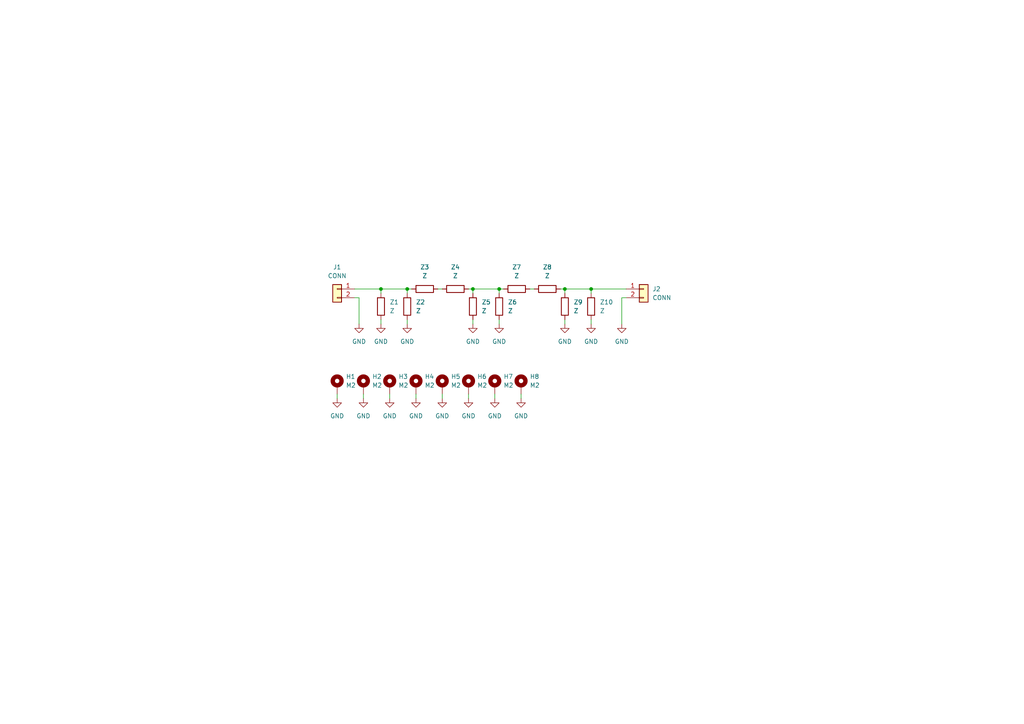
<source format=kicad_sch>
(kicad_sch (version 20211123) (generator eeschema)
  (paper "A4")
  (title_block (title "006 Filter") (date "2022-01-28") (rev "1") (company "Halidelabs") (comment 1 "contact@halidelabs.eu"))
  (lib_symbols
    (symbol "Connector_Generic:Conn_01x02" (pin_names (offset 1.016) hide)
      (property "Reference" "J" (at 0 2.54 0))
      (property "Value" "Conn_01x02" (at 0 -5.08 0))
      (symbol "Conn_01x02_1_1"
        (rectangle (start -1.27 -2.413) (end 0 -2.667) (stroke (width 0.1524)))
        (rectangle (start -1.27 0.127) (end 0 -0.127) (stroke (width 0.1524)))
        (rectangle (start -1.27 1.27) (end 1.27 -3.81) (stroke (width 0.254)) (fill (type background)))
        (pin passive line (at -5.08 0 0) (length 3.81) (name "Pin_1") (number "1"))
        (pin passive line (at -5.08 -2.54 0) (length 3.81) (name "Pin_2") (number "2"))
      )
    )
    (symbol "Device:R" (pin_numbers hide) (pin_names (offset 0))
      (property "Reference" "R" (at 2.032 0 90))
      (property "Value" "R" (at 0 0 90))
      (symbol "R_0_1"
        (rectangle (start -1.016 -2.54) (end 1.016 2.54) (stroke (width 0.254)))
      )
      (symbol "R_1_1"
        (pin passive line (at 0 3.81 270) (length 1.27) (name "~") (number "1"))
        (pin passive line (at 0 -3.81 90) (length 1.27) (name "~") (number "2"))
      )
    )
    (symbol "Mechanical:MountingHole_Pad" (pin_numbers hide) (pin_names (offset 1.016) hide)
      (property "Reference" "H" (at 0 6.35 0))
      (property "Value" "MountingHole_Pad" (at 0 4.445 0))
      (symbol "MountingHole_Pad_0_1"
        (circle (center 0 1.27) (radius 1.27) (stroke (width 1.27)))
      )
      (symbol "MountingHole_Pad_1_1"
        (pin input line (at 0 -2.54 90) (length 2.54) (name "1") (number "1"))
      )
    )
    (symbol "power:GND" (power) (pin_names (offset 0))
      (property "Value" "GND" (at 0 -3.81 0))
      (symbol "GND_0_1"
        (polyline (pts (xy 0 0) (xy 0 -1.27) (xy 1.27 -1.27) (xy 0 -2.54) (xy -1.27 -1.27) (xy 0 -1.27)))
      )
      (symbol "GND_1_1"
        (pin power_in line (at 0 0 270) (length 0) hide (name "GND") (number "1"))
      )
    )
  )
  (junction (at 137.16 83.82))
  (junction (at 118.11 83.82))
  (junction (at 163.83 83.82))
  (junction (at 110.49 83.82))
  (junction (at 144.78 83.82))
  (junction (at 171.45 83.82))
  (wire (pts (xy 171.45 92.71) (xy 171.45 93.98)))
  (wire (pts (xy 171.45 83.82) (xy 171.45 85.09)))
  (wire (pts (xy 135.89 114.3) (xy 135.89 115.57)))
  (wire (pts (xy 137.16 92.71) (xy 137.16 93.98)))
  (wire (pts (xy 105.41 114.3) (xy 105.41 115.57)))
  (wire (pts (xy 180.34 86.36) (xy 181.61 86.36)))
  (wire (pts (xy 162.56 83.82) (xy 163.83 83.82)))
  (wire (pts (xy 118.11 92.71) (xy 118.11 93.98)))
  (wire (pts (xy 137.16 83.82) (xy 137.16 85.09)))
  (wire (pts (xy 153.67 83.82) (xy 154.94 83.82)))
  (wire (pts (xy 144.78 83.82) (xy 146.05 83.82)))
  (wire (pts (xy 144.78 92.71) (xy 144.78 93.98)))
  (wire (pts (xy 113.03 114.3) (xy 113.03 115.57)))
  (wire (pts (xy 143.51 114.3) (xy 143.51 115.57)))
  (wire (pts (xy 144.78 83.82) (xy 144.78 85.09)))
  (wire (pts (xy 128.27 114.3) (xy 128.27 115.57)))
  (wire (pts (xy 120.65 114.3) (xy 120.65 115.57)))
  (wire (pts (xy 163.83 92.71) (xy 163.83 93.98)))
  (wire (pts (xy 104.14 86.36) (xy 104.14 93.98)))
  (wire (pts (xy 110.49 83.82) (xy 110.49 85.09)))
  (wire (pts (xy 135.89 83.82) (xy 137.16 83.82)))
  (wire (pts (xy 151.13 114.3) (xy 151.13 115.57)))
  (wire (pts (xy 163.83 83.82) (xy 171.45 83.82)))
  (wire (pts (xy 127 83.82) (xy 128.27 83.82)))
  (wire (pts (xy 171.45 83.82) (xy 181.61 83.82)))
  (wire (pts (xy 97.79 114.3) (xy 97.79 115.57)))
  (wire (pts (xy 118.11 83.82) (xy 118.11 85.09)))
  (wire (pts (xy 137.16 83.82) (xy 144.78 83.82)))
  (wire (pts (xy 102.87 83.82) (xy 110.49 83.82)))
  (wire (pts (xy 163.83 83.82) (xy 163.83 85.09)))
  (wire (pts (xy 180.34 93.98) (xy 180.34 86.36)))
  (wire (pts (xy 110.49 92.71) (xy 110.49 93.98)))
  (wire (pts (xy 118.11 83.82) (xy 119.38 83.82)))
  (wire (pts (xy 110.49 83.82) (xy 118.11 83.82)))
  (wire (pts (xy 102.87 86.36) (xy 104.14 86.36)))
  (symbol (lib_id "Device:R") (at 158.75 83.82 90) (unit 1)
    (property "Reference" "Z8" (at 158.75 77.47 90))
    (property "Value" "Z" (at 158.75 80.01 90))
    (property "Footprint" "Resistor_SMD:R_0805_2012Metric" (effects hide))
  )
  (symbol (lib_id "Device:R") (at 163.83 88.9 0) (unit 1)
    (property "Reference" "Z9" (at 166.37 87.6299 0) (effects (justify left)))
    (property "Value" "Z" (at 166.37 90.1699 0) (effects (justify left)))
    (property "Footprint" "Resistor_SMD:R_0805_2012Metric" (effects hide))
  )
  (symbol (lib_id "Mechanical:MountingHole_Pad") (at 128.27 111.76 0) (unit 1)
    (property "Reference" "H5" (at 130.81 109.2199 0) (effects (justify left)))
    (property "Value" "M2" (at 130.81 111.7599 0) (effects (justify left)))
    (property "Footprint" "modular-rf-bench-footprints:M2-hole" (effects hide))
  )
  (symbol (lib_id "power:GND") (at 118.11 93.98 0) (unit 1)
    (property "Reference" "#PWR06" (effects hide))
    (property "Value" "GND" (at 118.11 99.06 0))
  )
  (symbol (lib_id "Device:R") (at 137.16 88.9 0) (unit 1)
    (property "Reference" "Z5" (at 139.7 87.6299 0) (effects (justify left)))
    (property "Value" "Z" (at 139.7 90.1699 0) (effects (justify left)))
    (property "Footprint" "Resistor_SMD:R_0805_2012Metric" (effects hide))
  )
  (symbol (lib_id "power:GND") (at 128.27 115.57 0) (unit 1)
    (property "Reference" "#PWR08" (effects hide))
    (property "Value" "GND" (at 128.27 120.65 0))
  )
  (symbol (lib_id "power:GND") (at 143.51 115.57 0) (unit 1)
    (property "Reference" "#PWR015" (effects hide))
    (property "Value" "GND" (at 143.51 120.65 0))
  )
  (symbol (lib_id "power:GND") (at 144.78 93.98 0) (unit 1)
    (property "Reference" "#PWR011" (effects hide))
    (property "Value" "GND" (at 144.78 99.06 0))
  )
  (symbol (lib_id "Device:R") (at 144.78 88.9 0) (unit 1)
    (property "Reference" "Z6" (at 147.32 87.6299 0) (effects (justify left)))
    (property "Value" "Z" (at 147.32 90.1699 0) (effects (justify left)))
    (property "Footprint" "Resistor_SMD:R_0805_2012Metric" (effects hide))
  )
  (symbol (lib_id "power:GND") (at 110.49 93.98 0) (unit 1)
    (property "Reference" "#PWR04" (effects hide))
    (property "Value" "GND" (at 110.49 99.06 0))
  )
  (symbol (lib_id "power:GND") (at 151.13 115.57 0) (unit 1)
    (property "Reference" "#PWR016" (effects hide))
    (property "Value" "GND" (at 151.13 120.65 0))
  )
  (symbol (lib_id "power:GND") (at 97.79 115.57 0) (unit 1)
    (property "Reference" "#PWR01" (effects hide))
    (property "Value" "GND" (at 97.79 120.65 0))
  )
  (symbol (lib_id "Mechanical:MountingHole_Pad") (at 151.13 111.76 0) (unit 1)
    (property "Reference" "H8" (at 153.67 109.2199 0) (effects (justify left)))
    (property "Value" "M2" (at 153.67 111.7599 0) (effects (justify left)))
    (property "Footprint" "modular-rf-bench-footprints:M2-hole" (effects hide))
  )
  (symbol (lib_id "Mechanical:MountingHole_Pad") (at 113.03 111.76 0) (unit 1)
    (property "Reference" "H3" (at 115.57 109.2199 0) (effects (justify left)))
    (property "Value" "M2" (at 115.57 111.7599 0) (effects (justify left)))
    (property "Footprint" "modular-rf-bench-footprints:M2-hole" (effects hide))
  )
  (symbol (lib_id "power:GND") (at 105.41 115.57 0) (unit 1)
    (property "Reference" "#PWR03" (effects hide))
    (property "Value" "GND" (at 105.41 120.65 0))
  )
  (symbol (lib_id "Mechanical:MountingHole_Pad") (at 120.65 111.76 0) (unit 1)
    (property "Reference" "H4" (at 123.19 109.2199 0) (effects (justify left)))
    (property "Value" "M2" (at 123.19 111.7599 0) (effects (justify left)))
    (property "Footprint" "modular-rf-bench-footprints:M2-hole" (effects hide))
  )
  (symbol (lib_id "Device:R") (at 132.08 83.82 90) (unit 1)
    (property "Reference" "Z4" (at 132.08 77.47 90))
    (property "Value" "Z" (at 132.08 80.01 90))
    (property "Footprint" "Resistor_SMD:R_0805_2012Metric" (effects hide))
  )
  (symbol (lib_id "power:GND") (at 163.83 93.98 0) (unit 1)
    (property "Reference" "#PWR012" (effects hide))
    (property "Value" "GND" (at 163.83 99.06 0))
  )
  (symbol (lib_id "Mechanical:MountingHole_Pad") (at 105.41 111.76 0) (unit 1)
    (property "Reference" "H2" (at 107.95 109.2199 0) (effects (justify left)))
    (property "Value" "M2" (at 107.95 111.7599 0) (effects (justify left)))
    (property "Footprint" "modular-rf-bench-footprints:M2-hole" (effects hide))
  )
  (symbol (lib_id "Device:R") (at 171.45 88.9 0) (unit 1)
    (property "Reference" "Z10" (at 173.99 87.6299 0) (effects (justify left)))
    (property "Value" "Z" (at 173.99 90.1699 0) (effects (justify left)))
    (property "Footprint" "Resistor_SMD:R_0805_2012Metric" (effects hide))
  )
  (symbol (lib_id "power:GND") (at 171.45 93.98 0) (unit 1)
    (property "Reference" "#PWR013" (effects hide))
    (property "Value" "GND" (at 171.45 99.06 0))
  )
  (symbol (lib_id "Connector_Generic:Conn_01x02") (at 97.79 83.82 0) (mirror y) (unit 1)
    (property "Reference" "J1" (at 97.79 77.47 0))
    (property "Value" "CONN" (at 97.79 80.01 0))
    (property "Footprint" "modular-rf-bench-footprints:edge-connector" (effects hide))
  )
  (symbol (lib_id "power:GND") (at 180.34 93.98 0) (unit 1)
    (property "Reference" "#PWR014" (effects hide))
    (property "Value" "GND" (at 180.34 99.06 0))
  )
  (symbol (lib_id "power:GND") (at 120.65 115.57 0) (unit 1)
    (property "Reference" "#PWR07" (effects hide))
    (property "Value" "GND" (at 120.65 120.65 0))
  )
  (symbol (lib_id "Device:R") (at 118.11 88.9 0) (unit 1)
    (property "Reference" "Z2" (at 120.65 87.6299 0) (effects (justify left)))
    (property "Value" "Z" (at 120.65 90.1699 0) (effects (justify left)))
    (property "Footprint" "Resistor_SMD:R_0805_2012Metric" (effects hide))
  )
  (symbol (lib_id "Device:R") (at 123.19 83.82 90) (unit 1)
    (property "Reference" "Z3" (at 123.19 77.47 90))
    (property "Value" "Z" (at 123.19 80.01 90))
    (property "Footprint" "Resistor_SMD:R_0805_2012Metric" (effects hide))
  )
  (symbol (lib_id "power:GND") (at 113.03 115.57 0) (unit 1)
    (property "Reference" "#PWR05" (effects hide))
    (property "Value" "GND" (at 113.03 120.65 0))
  )
  (symbol (lib_id "Device:R") (at 110.49 88.9 0) (unit 1)
    (property "Reference" "Z1" (at 113.03 87.6299 0) (effects (justify left)))
    (property "Value" "Z" (at 113.03 90.1699 0) (effects (justify left)))
    (property "Footprint" "Resistor_SMD:R_0805_2012Metric" (effects hide))
  )
  (symbol (lib_id "Connector_Generic:Conn_01x02") (at 186.69 83.82 0) (unit 1)
    (property "Reference" "J2" (at 189.23 83.8199 0) (effects (justify left)))
    (property "Value" "CONN" (at 189.23 86.3599 0) (effects (justify left)))
    (property "Footprint" "modular-rf-bench-footprints:edge-connector" (effects hide))
  )
  (symbol (lib_id "power:GND") (at 104.14 93.98 0) (unit 1)
    (property "Reference" "#PWR02" (effects hide))
    (property "Value" "GND" (at 104.14 99.06 0))
  )
  (symbol (lib_id "Mechanical:MountingHole_Pad") (at 135.89 111.76 0) (unit 1)
    (property "Reference" "H6" (at 138.43 109.2199 0) (effects (justify left)))
    (property "Value" "M2" (at 138.43 111.7599 0) (effects (justify left)))
    (property "Footprint" "modular-rf-bench-footprints:M2-hole" (effects hide))
  )
  (symbol (lib_id "power:GND") (at 135.89 115.57 0) (unit 1)
    (property "Reference" "#PWR09" (effects hide))
    (property "Value" "GND" (at 135.89 120.65 0))
  )
  (symbol (lib_id "Mechanical:MountingHole_Pad") (at 143.51 111.76 0) (unit 1)
    (property "Reference" "H7" (at 146.05 109.2199 0) (effects (justify left)))
    (property "Value" "M2" (at 146.05 111.7599 0) (effects (justify left)))
    (property "Footprint" "modular-rf-bench-footprints:M2-hole" (effects hide))
  )
  (symbol (lib_id "power:GND") (at 137.16 93.98 0) (unit 1)
    (property "Reference" "#PWR010" (effects hide))
    (property "Value" "GND" (at 137.16 99.06 0))
  )
  (symbol (lib_id "Device:R") (at 149.86 83.82 90) (unit 1)
    (property "Reference" "Z7" (at 149.86 77.47 90))
    (property "Value" "Z" (at 149.86 80.01 90))
    (property "Footprint" "Resistor_SMD:R_0805_2012Metric" (effects hide))
  )
  (symbol (lib_id "Mechanical:MountingHole_Pad") (at 97.79 111.76 0) (unit 1)
    (property "Reference" "H1" (at 100.33 109.2199 0) (effects (justify left)))
    (property "Value" "M2" (at 100.33 111.7599 0) (effects (justify left)))
    (property "Footprint" "modular-rf-bench-footprints:M2-hole" (effects hide))
  )
)
</source>
